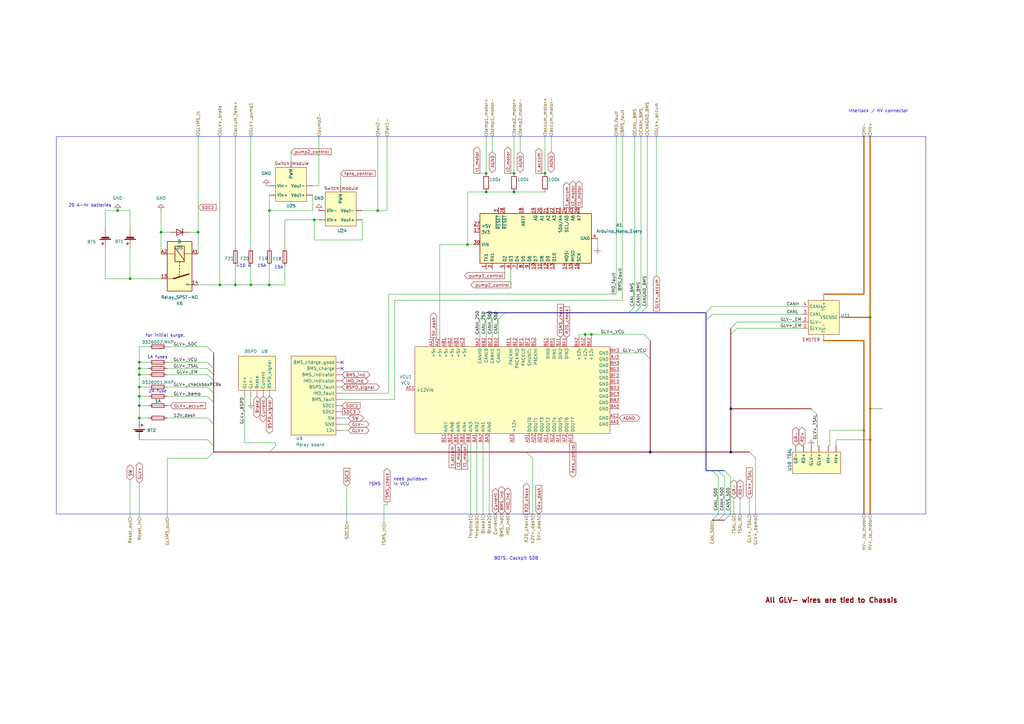
<source format=kicad_sch>
(kicad_sch (version 20231120) (generator "eeschema") (generator_version "8.0")
  (paper "A3")
  (lib_symbols
    (symbol "Device:Battery_Cell" (pin_numbers hide) (pin_names (offset 0) hide)
      (property "Reference" "BT" (at 2.54 2.54 0))
      (property "Value" "Battery_Cell" (at 2.54 0 0))
      (symbol "Battery_Cell_0_1"
        (rectangle (start -2.286 1.778) (end 2.286 1.524) (fill (type outline)))
        (rectangle (start -1.5748 1.1938) (end 1.4732 0.6858) (fill (type outline)))
        (polyline (pts (xy 0 0.762) (xy 0 0)))
        (polyline (pts (xy 0 1.778) (xy 0 2.54)))
        (polyline (pts (xy 0.508 3.429) (xy 1.524 3.429)) (stroke (width 0.254)))
        (polyline (pts (xy 1.016 3.937) (xy 1.016 2.921)) (stroke (width 0.254)))
      )
      (symbol "Battery_Cell_1_1"
        (pin passive line (at 0 5.08 270) (length 2.54) (name "+") (number "1"))
        (pin passive line (at 0 -2.54 90) (length 2.54) (name "-") (number "2"))
      )
    )
    (symbol "Device:D" (pin_numbers hide) (pin_names (offset 1.016) hide)
      (property "Reference" "D" (at 0 2.54 0))
      (property "Value" "D" (at 0 -2.54 0))
      (symbol "D_0_1"
        (polyline (pts (xy -1.27 1.27) (xy -1.27 -1.27)) (stroke (width 0.254)))
        (polyline (pts (xy 1.27 0) (xy -1.27 0)))
        (polyline (pts (xy 1.27 1.27) (xy 1.27 -1.27) (xy -1.27 0) (xy 1.27 1.27)) (stroke (width 0.254)))
      )
      (symbol "D_1_1"
        (pin passive line (at -3.81 0 0) (length 2.54) (name "K") (number "1"))
        (pin passive line (at 3.81 0 180) (length 2.54) (name "A") (number "2"))
      )
    )
    (symbol "Device:Fuse" (pin_numbers hide) (pin_names (offset 0))
      (property "Reference" "F" (at 2.032 0 90))
      (property "Value" "Fuse" (at -1.905 0 90))
      (symbol "Fuse_0_1"
        (rectangle (start -0.762 -2.54) (end 0.762 2.54) (stroke (width 0.254)))
        (polyline (pts (xy 0 2.54) (xy 0 -2.54)))
      )
      (symbol "Fuse_1_1"
        (pin passive line (at 0 3.81 270) (length 1.27) (name "~") (number "1"))
        (pin passive line (at 0 -3.81 90) (length 1.27) (name "~") (number "2"))
      )
    )
    (symbol "Device:R" (pin_numbers hide) (pin_names (offset 0))
      (property "Reference" "R" (at 2.032 0 90))
      (property "Value" "R" (at 0 0 90))
      (symbol "R_0_1"
        (rectangle (start -1.016 -2.54) (end 1.016 2.54) (stroke (width 0.254)))
      )
      (symbol "R_1_1"
        (pin passive line (at 0 3.81 270) (length 1.27) (name "~") (number "1"))
        (pin passive line (at 0 -3.81 90) (length 1.27) (name "~") (number "2"))
      )
    )
    (symbol "FSAE:Emeter"
      (property "Reference" "U" (at 0 -5.08 0))
      (symbol "Emeter_0_1"
        (rectangle (start -6.35 19.685) (end 6.35 5.715) (fill (type background)))
        (text "EMETER\n\n" (at 5.08 2.54 0) (effects (font (size 1.27 1.27))))
      )
      (symbol "Emeter_1_1"
        (pin input line (at 0 22.225 270) (length 2.54) (name "TS+") (number ""))
        (pin input line (at 0 3.175 90) (length 2.54) (name "TS-") (number ""))
        (pin input line (at -8.89 12.7 0) (length 2.54) (name "VSENSE") (number ""))
        (pin input line (at 8.89 8.255 180) (length 2.54) (name "GLV+") (number "1"))
        (pin input line (at 8.89 10.795 180) (length 2.54) (name "GLV-") (number "2"))
        (pin bidirectional line (at 8.89 13.97 180) (length 2.54) (name "CANL") (number "3"))
        (pin bidirectional line (at 8.89 17.145 180) (length 2.54) (name "CANH") (number "4"))
      )
    )
    (symbol "FSAE:VCU"
      (property "Reference" "VCU3" (at -6.3186 48.26 90))
      (property "Value" "VCU" (at -3.7786 48.26 90))
      (symbol "VCU_0_1"
        (rectangle (start -17.78 44.45) (end 17.78 -35.56) (fill (type background)))
      )
      (symbol "VCU_1_1"
        (pin output line (at 21.59 36.83 180) (length 3.81) (name "+5v") (number "AA1"))
        (pin output line (at 21.59 34.29 180) (length 3.81) (name "+5v") (number "AA2"))
        (pin output line (at -13.97 -39.37 90) (length 3.81) (name "GND") (number "AA3"))
        (pin output line (at 21.59 31.75 180) (length 3.81) (name "+5v") (number "AB1"))
        (pin output line (at 21.59 29.21 180) (length 3.81) (name "+5v") (number "AB2"))
        (pin output line (at 21.59 26.67 180) (length 3.81) (name "+5v") (number "AB3"))
        (pin input line (at 0 48.26 270) (length 3.81) (name "+12VIN") (number "AC1"))
        (pin output line (at -11.43 -39.37 90) (length 3.81) (name "GND") (number "AC2"))
        (pin output line (at 21.59 24.13 180) (length 3.81) (name "+5v") (number "AC3"))
        (pin output line (at -21.59 -2.54 0) (length 3.81) (name "DOUT0") (number "AD1"))
        (pin output line (at -21.59 -5.08 0) (length 3.81) (name "DOUT1") (number "AD2"))
        (pin output line (at -21.59 -7.62 0) (length 3.81) (name "DOUT3") (number "AD3"))
        (pin output line (at -21.59 -10.16 0) (length 3.81) (name "DOUT2") (number "AE1"))
        (pin output line (at -21.59 -12.7 0) (length 3.81) (name "DOUT4") (number "AE2"))
        (pin output line (at -21.59 3.81 0) (length 3.81) (name "+12v") (number "AE3"))
        (pin output line (at -21.59 -15.24 0) (length 3.81) (name "DOUT5") (number "AF1"))
        (pin output line (at -21.59 -17.78 0) (length 3.81) (name "DOUT6") (number "AF2"))
        (pin output line (at -21.59 -20.32 0) (length 3.81) (name "DOUT7") (number "AF3"))
        (pin output line (at -21.59 19.05 0) (length 3.81) (name "AIN2") (number "BA1"))
        (pin output line (at -21.59 16.51 0) (length 3.81) (name "AIN1") (number "BA2"))
        (pin output line (at 21.59 17.78 180) (length 3.81) (name "CANH0") (number "BA2"))
        (pin output line (at -21.59 13.97 0) (length 3.81) (name "AIN0") (number "BA3"))
        (pin output line (at -7.62 -39.37 90) (length 3.81) (name "GND") (number "BA3"))
        (pin output line (at -21.59 26.67 0) (length 3.81) (name "AIN5") (number "BB1"))
        (pin output line (at -21.59 24.13 0) (length 3.81) (name "AIN4") (number "BB2"))
        (pin output line (at 21.59 15.24 180) (length 3.81) (name "CANL0") (number "BB2"))
        (pin output line (at -21.59 21.59 0) (length 3.81) (name "AIN3") (number "BB3"))
        (pin output line (at -5.08 -39.37 90) (length 3.81) (name "GND") (number "BB3"))
        (pin output line (at -21.59 31.75 0) (length 3.81) (name "AIN7") (number "BC1"))
        (pin output line (at -21.59 29.21 0) (length 3.81) (name "AIN6") (number "BC2"))
        (pin output line (at 21.59 12.7 180) (length 3.81) (name "CANH1") (number "BC2"))
        (pin output line (at -2.54 -39.37 90) (length 3.81) (name "GND") (number "BC3"))
        (pin output line (at 21.59 10.16 180) (length 3.81) (name "CANL1") (number "BD2"))
        (pin output line (at 0 -39.37 90) (length 3.81) (name "GND") (number "BD3"))
        (pin output line (at 21.59 5.08 180) (length 3.81) (name "PACKHI") (number "BE1"))
        (pin output line (at 21.59 2.54 180) (length 3.81) (name "PACKMID") (number "BE2"))
        (pin output line (at 2.54 -39.37 90) (length 3.81) (name "GND") (number "BE3"))
        (pin output line (at 21.59 0 180) (length 3.81) (name "PACKLO") (number "BF1"))
        (pin output line (at 21.59 -2.54 180) (length 3.81) (name "SHUNTL") (number "BF2"))
        (pin output line (at 5.08 -39.37 90) (length 3.81) (name "GND") (number "BF3"))
        (pin output line (at 21.59 -10.16 180) (length 3.81) (name "DIN0") (number "BG1"))
        (pin output line (at 21.59 -5.08 180) (length 3.81) (name "PACKHI") (number "BG2"))
        (pin output line (at 7.62 -39.37 90) (length 3.81) (name "GND") (number "BG3"))
        (pin output line (at 21.59 -12.7 180) (length 3.81) (name "DIN1") (number "BH1"))
        (pin output line (at 21.59 -22.86 180) (length 3.81) (name "+12v") (number "BH2"))
        (pin output line (at 10.16 -39.37 90) (length 3.81) (name "GND") (number "BH3"))
        (pin output line (at 21.59 -15.24 180) (length 3.81) (name "DIN2") (number "BJ1"))
        (pin output line (at 21.59 -25.4 180) (length 3.81) (name "+12v") (number "BJ2"))
        (pin output line (at 12.7 -39.37 90) (length 3.81) (name "GND") (number "BJ3"))
        (pin output line (at 21.59 -17.78 180) (length 3.81) (name "DIN3") (number "BK1"))
        (pin output line (at 21.59 -27.94 180) (length 3.81) (name "+12v") (number "BK2"))
        (pin output line (at 15.24 -39.37 90) (length 3.81) (name "GND") (number "BK3"))
      )
    )
    (symbol "FSAE:switch_moduel"
      (property "Reference" "U" (at 0 0 0))
      (symbol "switch_moduel_1_1"
        (rectangle (start -6.35 19.05) (end 6.35 5.08) (fill (type background)))
        (text "Switch module\n" (at 0.254 3.556 0) (effects (font (size 1.27 1.27))))
        (pin input line (at 0 2.54 90) (length 2.54) (name "PWM") (number ""))
        (pin input line (at -8.89 16.51 0) (length 2.54) (name "Vin+") (number ""))
        (pin input line (at -8.89 12.7 0) (length 2.54) (name "Vin-") (number ""))
        (pin input line (at 8.89 16.51 180) (length 2.54) (name "Vout+") (number ""))
        (pin input line (at 8.89 12.7 180) (length 2.54) (name "Vout-") (number ""))
      )
    )
    (symbol "MCU_Module:Arduino_Nano_Every"
      (property "Reference" "A" (at -10.16 23.495 0))
      (property "Value" "Arduino_Nano_Every" (at 5.08 -24.13 0))
      (symbol "Arduino_Nano_Every_0_1"
        (rectangle (start -10.16 22.86) (end 10.16 -22.86) (stroke (width 0.254)) (fill (type background)))
      )
      (symbol "Arduino_Nano_Every_1_1"
        (pin bidirectional line (at -12.7 20.32 0) (length 2.54) (name "TX1") (number "1"))
        (pin bidirectional line (at -12.7 0 0) (length 2.54) (name "D7") (number "10"))
        (pin bidirectional line (at -12.7 -2.54 0) (length 2.54) (name "D8") (number "11"))
        (pin bidirectional line (at -12.7 -5.08 0) (length 2.54) (name "D9") (number "12"))
        (pin bidirectional line (at -12.7 -7.62 0) (length 2.54) (name "D10") (number "13"))
        (pin bidirectional line (at -12.7 -12.7 0) (length 2.54) (name "MOSI") (number "14"))
        (pin bidirectional line (at -12.7 -15.24 0) (length 2.54) (name "MISO") (number "15"))
        (pin bidirectional line (at -12.7 -17.78 0) (length 2.54) (name "SCK") (number "16"))
        (pin power_out line (at 2.54 25.4 270) (length 2.54) (name "3V3") (number "17"))
        (pin input line (at 12.7 5.08 180) (length 2.54) (name "AREF") (number "18"))
        (pin bidirectional line (at 12.7 0 180) (length 2.54) (name "A0") (number "19"))
        (pin bidirectional line (at -12.7 17.78 0) (length 2.54) (name "RX1") (number "2"))
        (pin bidirectional line (at 12.7 -2.54 180) (length 2.54) (name "A1") (number "20"))
        (pin bidirectional line (at 12.7 -5.08 180) (length 2.54) (name "A2") (number "21"))
        (pin bidirectional line (at 12.7 -7.62 180) (length 2.54) (name "A3") (number "22"))
        (pin bidirectional line (at 12.7 -10.16 180) (length 2.54) (name "SDA/A4") (number "23"))
        (pin bidirectional line (at 12.7 -12.7 180) (length 2.54) (name "SCL/A5") (number "24"))
        (pin bidirectional line (at 12.7 -15.24 180) (length 2.54) (name "A6") (number "25"))
        (pin bidirectional line (at 12.7 -17.78 180) (length 2.54) (name "A7") (number "26"))
        (pin power_out line (at 5.08 25.4 270) (length 2.54) (name "+5V") (number "27"))
        (pin input line (at 12.7 12.7 180) (length 2.54) (name "~{RESET}") (number "28"))
        (pin passive line (at 0 -25.4 90) (length 2.54) hide (name "GND") (number "29"))
        (pin input line (at 12.7 15.24 180) (length 2.54) (name "~{RESET}") (number "3"))
        (pin power_in line (at -2.54 25.4 270) (length 2.54) (name "VIN") (number "30"))
        (pin power_in line (at 0 -25.4 90) (length 2.54) (name "GND") (number "4"))
        (pin bidirectional line (at -12.7 12.7 0) (length 2.54) (name "D2") (number "5"))
        (pin bidirectional line (at -12.7 10.16 0) (length 2.54) (name "D3") (number "6"))
        (pin bidirectional line (at -12.7 7.62 0) (length 2.54) (name "D4") (number "7"))
        (pin bidirectional line (at -12.7 5.08 0) (length 2.54) (name "D5") (number "8"))
        (pin bidirectional line (at -12.7 2.54 0) (length 2.54) (name "D6") (number "9"))
      )
    )
    (symbol "Random:BSPD"
      (property "Reference" "U" (at -3.81 5.08 0))
      (symbol "BSPD_1_1"
        (rectangle (start -6.35 3.81) (end 7.62 -11.43) (fill (type background)))
        (pin output line (at -8.89 -8.89 0) (length 2.54) (name "BSPD_signal") (number ""))
        (pin input line (at -8.89 -3.81 0) (length 2.54) (name "Brake") (number ""))
        (pin input line (at -8.89 -6.35 0) (length 2.54) (name "Current") (number ""))
        (pin input line (at -8.89 1.27 0) (length 2.54) (name "GLV+") (number ""))
        (pin input line (at -8.89 -1.27 0) (length 2.54) (name "GLV-") (number ""))
      )
    )
    (symbol "Random:TSAL"
      (property "Reference" "U7" (at 12.7 0 0))
      (property "Value" "TSAL" (at 15.24 -2.54 0))
      (symbol "TSAL_1_1"
        (rectangle (start -8.255 4.445) (end 11.43 -4.445) (fill (type background)))
        (pin power_in line (at 0.635 -6.985 90) (length 2.54) (name "GLV+") (number ""))
        (pin power_in line (at 3.81 -6.985 90) (length 2.54) (name "GLV-") (number ""))
        (pin power_in line (at 10.16 -6.985 90) (length 2.54) (name "GR-") (number ""))
        (pin power_in line (at -6.35 -6.985 90) (length 2.54) (name "HV+") (number ""))
        (pin power_in line (at -3.175 -6.985 90) (length 2.54) (name "HV-") (number ""))
        (pin power_in line (at 6.985 -6.985 90) (length 2.54) (name "RD+") (number ""))
      )
    )
    (symbol "Relay:Relay_SPST-NO"
      (property "Reference" "K" (at 11.43 3.81 0))
      (property "Value" "Relay_SPST-NO" (at 11.43 1.27 0))
      (symbol "Relay_SPST-NO_0_0"
        (polyline (pts (xy 7.62 5.08) (xy 7.62 2.54) (xy 6.985 3.175) (xy 7.62 3.81)))
      )
      (symbol "Relay_SPST-NO_0_1"
        (rectangle (start -10.16 5.08) (end 10.16 -5.08) (stroke (width 0.254)) (fill (type background)))
        (rectangle (start -8.255 1.905) (end -1.905 -1.905) (stroke (width 0.254)))
        (polyline (pts (xy -7.62 -1.905) (xy -2.54 1.905)) (stroke (width 0.254)))
        (polyline (pts (xy -5.08 -5.08) (xy -5.08 -1.905)))
        (polyline (pts (xy -5.08 5.08) (xy -5.08 1.905)))
        (polyline (pts (xy -1.905 0) (xy -1.27 0)) (stroke (width 0.254)))
        (polyline (pts (xy -0.635 0) (xy 0 0)) (stroke (width 0.254)))
        (polyline (pts (xy 0.635 0) (xy 1.27 0)) (stroke (width 0.254)))
        (polyline (pts (xy 1.905 0) (xy 2.54 0)) (stroke (width 0.254)))
        (polyline (pts (xy 3.175 0) (xy 3.81 0)) (stroke (width 0.254)))
        (polyline (pts (xy 5.08 -2.54) (xy 3.175 3.81)) (stroke (width 0.508)))
        (polyline (pts (xy 5.08 -2.54) (xy 5.08 -5.08)))
      )
      (symbol "Relay_SPST-NO_1_1"
        (pin passive line (at 5.08 -7.62 90) (length 2.54) (name "~") (number "13"))
        (pin passive line (at 7.62 7.62 270) (length 2.54) (name "~") (number "14"))
        (pin passive line (at -5.08 7.62 270) (length 2.54) (name "~") (number "A1"))
        (pin passive line (at -5.08 -7.62 90) (length 2.54) (name "~") (number "A2"))
      )
    )
    (symbol "Relay_board_1"
      (property "Reference" "U8" (at 8.255 -0.9525 0))
      (property "Value" "Relay board" (at 8.255 -3.4925 0))
      (symbol "Relay_board_1_1_1"
        (rectangle (start -6.985 12.7) (end 25.4 -5.715) (fill (type background)))
        (pin power_in line (at -5.08 -8.255 90) (length 2.54) (name "12v") (number ""))
        (pin input line (at 20.32 -8.255 90) (length 2.54) (name "BMS_charge") (number ""))
        (pin output line (at 22.86 -8.255 90) (length 2.54) (name "BMS_charge_good") (number ""))
        (pin input line (at 7.62 -8.255 90) (length 2.54) (name "BMS_fault") (number ""))
        (pin output line (at 17.78 -8.255 90) (length 2.54) (name "BMS_indicator") (number ""))
        (pin input line (at 12.7 -8.255 90) (length 2.54) (name "BSPD_fault") (number ""))
        (pin power_in line (at -2.54 -8.255 90) (length 2.54) (name "GND") (number ""))
        (pin input line (at 10.16 -8.255 90) (length 2.54) (name "IMD_fault") (number ""))
        (pin output line (at 15.24 -8.255 90) (length 2.54) (name "IMD_indicator") (number ""))
        (pin input line (at 5.08 -8.255 90) (length 2.54) (name "SDC1") (number ""))
        (pin output line (at 2.54 -8.255 90) (length 2.54) (name "SDC2") (number ""))
        (pin input line (at 0 -8.255 90) (length 2.54) (name "SW") (number ""))
      )
    )
    (symbol "power:Earth" (power) (pin_names (offset 0))
      (symbol "Earth_0_1"
        (polyline (pts (xy -0.635 -1.905) (xy 0.635 -1.905)))
        (polyline (pts (xy -0.127 -2.54) (xy 0.127 -2.54)))
        (polyline (pts (xy 0 -1.27) (xy 0 0)))
        (polyline (pts (xy 1.27 -1.27) (xy -1.27 -1.27)))
      )
      (symbol "Earth_1_1"
        (pin power_in line (at 0 0 270) (length 0) hide (name "Earth") (number "1"))
      )
    )
    (symbol "power:GND" (power) (pin_numbers hide) (pin_names (offset 0) hide)
      (property "Value" "GND" (at 0 -3.81 0))
      (symbol "GND_0_1"
        (polyline (pts (xy 0 0) (xy 0 -1.27) (xy 1.27 -1.27) (xy 0 -2.54) (xy -1.27 -1.27) (xy 0 -1.27)))
      )
      (symbol "GND_1_1"
        (pin power_in line (at 0 0 270) (length 0) (name "~") (number "1"))
      )
    )
  )
  (junction (at 96.52 116.84))
  (junction (at 356.87 180.34) (color 204 102 0 1))
  (junction (at 66.04 95.25))
  (junction (at 299.72 167.64))
  (junction (at 81.28 95.25))
  (junction (at 110.49 116.84))
  (junction (at 354.33 176.53) (color 204 102 0 1))
  (junction (at 299.72 185.42))
  (junction (at 102.87 116.84))
  (junction (at 110.49 86.36))
  (junction (at 57.15 171.45))
  (junction (at 223.52 71.12))
  (junction (at 240.03 137.16))
  (junction (at 210.82 78.74))
  (junction (at 53.34 114.3))
  (junction (at 57.15 166.37))
  (junction (at 356.87 167.64) (color 204 102 0 1))
  (junction (at 57.15 148.59))
  (junction (at 57.15 153.67))
  (junction (at 48.26 86.36))
  (junction (at 57.15 162.56))
  (junction (at 356.87 130.175))
  (junction (at 242.57 137.16))
  (junction (at 128.905 90.17))
  (junction (at 57.15 158.75))
  (junction (at 199.39 71.12))
  (junction (at 154.94 86.36))
  (junction (at 57.15 151.13))
  (junction (at 199.39 78.74))
  (junction (at 191.77 100.33))
  (junction (at 90.17 116.84))
  (junction (at 266.7 185.42))
  (junction (at 210.82 71.12))
  (no_connect (at 140.335 151.13))
  (no_connect (at 140.335 148.59))
  (bus_entry (at 87.63 153.67) (size -2.54 -2.54))
  (bus_entry (at 87.63 156.21) (size -2.54 -2.54))
  (bus_entry (at 294.64 193.04) (size 2.54 2.54))
  (bus_entry (at 264.16 137.16) (size 2.54 2.54))
  (bus_entry (at 260.35 128.27) (size 2.54 -2.54))
  (bus_entry (at 289.56 128.27) (size 2.54 -2.54))
  (bus_entry (at 292.1 128.905) (size -2.54 2.54))
  (bus_entry (at 264.16 144.78) (size 2.54 2.54))
  (bus_entry (at 196.85 130.81) (size 2.54 -2.54))
  (bus_entry (at 199.39 130.81) (size 2.54 -2.54))
  (bus_entry (at 292.1 193.04) (size 2.54 2.54))
  (bus_entry (at 87.63 161.29) (size -2.54 -2.54))
  (bus_entry (at 299.72 210.82) (size -2.54 2.54))
  (bus_entry (at 297.18 210.82) (size -2.54 2.54))
  (bus_entry (at 297.18 193.04) (size 2.54 2.54))
  (bus_entry (at 87.63 182.88) (size -2.54 -2.54))
  (bus_entry (at 262.89 128.27) (size 2.54 -2.54))
  (bus_entry (at 87.63 151.13) (size -2.54 -2.54))
  (bus_entry (at 299.72 137.16) (size 2.54 -2.54))
  (bus_entry (at 204.47 130.81) (size 2.54 -2.54))
  (bus_entry (at 87.63 173.99) (size -2.54 -2.54))
  (bus_entry (at 260.35 125.73) (size -2.54 2.54))
  (bus_entry (at 87.63 165.1) (size -2.54 -2.54))
  (bus_entry (at 110.49 185.42) (size 2.54 -2.54))
  (bus_entry (at 294.64 210.82) (size -2.54 2.54))
  (bus_entry (at 332.74 167.64) (size 2.54 2.54))
  (bus_entry (at 299.72 134.62) (size 2.54 -2.54))
  (bus_entry (at 85.09 187.96) (size 2.54 -2.54))
  (bus_entry (at 201.93 130.81) (size 2.54 -2.54))
  (bus_entry (at 215.9 185.42) (size 2.54 2.54))
  (bus_entry (at 307.34 185.42) (size 2.54 2.54))
  (bus_entry (at 87.63 144.78) (size -2.54 -2.54))
  (bus (pts (xy 299.72 185.42) (xy 307.34 185.42)) (stroke (width 0) (color 132 0 0 1)))
  (wire (pts (xy 68.58 151.13) (xy 85.09 151.13)))
  (bus (pts (xy 87.63 185.42) (xy 110.49 185.42)) (stroke (width 0) (color 132 0 0 1)))
  (wire (pts (xy 193.04 181.61) (xy 193.04 210.82)))
  (wire (pts (xy 207.01 110.49) (xy 207.01 113.03)))
  (bus (pts (xy 292.1 193.04) (xy 294.64 193.04)))
  (wire (pts (xy 159.385 161.29) (xy 140.335 161.29)))
  (wire (pts (xy 158.75 205.74) (xy 158.75 207.01)))
  (wire (pts (xy 346.71 130.175) (xy 356.87 130.175)) (stroke (width 0.508) (color 204 102 0 1)))
  (wire (pts (xy 57.15 180.34) (xy 85.09 180.34)))
  (wire (pts (xy 57.15 142.24) (xy 60.96 142.24)))
  (wire (pts (xy 303.53 210.82) (xy 303.53 204.47)))
  (wire (pts (xy 139.7 71.12) (xy 139.7 76.2)))
  (wire (pts (xy 302.26 134.62) (xy 328.93 134.62)))
  (bus (pts (xy 289.56 128.27) (xy 289.56 131.445)))
  (bus (pts (xy 201.93 128.27) (xy 199.39 128.27)))
  (bus (pts (xy 262.89 128.27) (xy 289.56 128.27)))
  (wire (pts (xy 128.27 80.01) (xy 128.27 86.36)))
  (bus (pts (xy 87.63 144.78) (xy 87.63 151.13)) (stroke (width 0) (color 132 0 0 1)))
  (wire (pts (xy 356.87 180.34) (xy 356.87 210.82)) (stroke (width 0.508) (color 204 102 0 1)))
  (wire (pts (xy 209.55 110.49) (xy 209.55 116.84)))
  (wire (pts (xy 96.52 116.84) (xy 90.17 116.84)))
  (wire (pts (xy 299.72 195.58) (xy 299.72 210.82)))
  (wire (pts (xy 199.39 78.74) (xy 210.82 78.74)))
  (wire (pts (xy 43.18 114.3) (xy 53.34 114.3)))
  (wire (pts (xy 354.33 176.53) (xy 354.33 210.82)) (stroke (width 0.508) (color 204 102 0 1)))
  (wire (pts (xy 57.15 171.45) (xy 60.96 171.45)))
  (wire (pts (xy 260.35 55.88) (xy 260.35 125.73)))
  (wire (pts (xy 201.93 130.81) (xy 201.93 138.43)))
  (wire (pts (xy 57.15 148.59) (xy 60.96 148.59)))
  (wire (pts (xy 57.15 171.45) (xy 57.15 172.72)))
  (wire (pts (xy 48.26 86.36) (xy 43.18 86.36)))
  (wire (pts (xy 240.03 137.16) (xy 242.57 137.16)))
  (wire (pts (xy 110.49 86.36) (xy 110.49 80.01)))
  (wire (pts (xy 110.49 116.84) (xy 102.87 116.84)))
  (wire (pts (xy 210.82 71.12) (xy 210.82 55.88)))
  (wire (pts (xy 191.77 78.74) (xy 191.77 100.33)))
  (wire (pts (xy 158.75 86.36) (xy 158.75 55.88)))
  (bus (pts (xy 299.72 167.64) (xy 299.72 185.42)) (stroke (width 0) (color 132 0 0 1)))
  (wire (pts (xy 69.85 95.25) (xy 66.04 95.25)))
  (bus (pts (xy 257.81 128.27) (xy 207.01 128.27)))
  (wire (pts (xy 68.58 158.75) (xy 85.09 158.75)))
  (wire (pts (xy 300.99 210.82) (xy 300.99 204.47)))
  (wire (pts (xy 200.66 181.61) (xy 200.66 210.82)))
  (wire (pts (xy 356.87 55.88) (xy 356.87 130.175)) (stroke (width 0.508) (color 204 102 0 1)))
  (wire (pts (xy 140.335 171.45) (xy 142.875 171.45)))
  (bus (pts (xy 266.7 185.42) (xy 299.72 185.42)) (stroke (width 0) (color 132 0 0 1)))
  (wire (pts (xy 240.03 138.43) (xy 240.03 137.16)))
  (wire (pts (xy 142.24 199.39) (xy 142.24 214.63)))
  (wire (pts (xy 262.89 55.88) (xy 262.89 125.73)))
  (wire (pts (xy 68.58 166.37) (xy 69.85 166.37)))
  (wire (pts (xy 57.15 151.13) (xy 60.96 151.13)))
  (wire (pts (xy 100.33 181.61) (xy 100.33 162.56)))
  (wire (pts (xy 81.28 95.25) (xy 77.47 95.25)))
  (bus (pts (xy 207.01 128.27) (xy 204.47 128.27)))
  (wire (pts (xy 53.34 114.3) (xy 53.34 101.6)))
  (wire (pts (xy 57.15 153.67) (xy 57.15 158.75)))
  (wire (pts (xy 57.15 142.24) (xy 57.15 148.59)))
  (wire (pts (xy 148.59 98.425) (xy 128.905 98.425)))
  (wire (pts (xy 237.49 138.43) (xy 237.49 137.16)))
  (bus (pts (xy 294.64 213.36) (xy 292.1 213.36)) (stroke (width 0) (color 132 0 0 1)))
  (wire (pts (xy 154.94 55.88) (xy 154.94 86.36)))
  (wire (pts (xy 57.15 158.75) (xy 57.15 162.56)))
  (wire (pts (xy 180.34 138.43) (xy 180.34 100.33)))
  (wire (pts (xy 195.58 181.61) (xy 195.58 210.82)))
  (wire (pts (xy 68.58 162.56) (xy 85.09 162.56)))
  (wire (pts (xy 226.06 55.88) (xy 226.06 62.23)))
  (bus (pts (xy 215.9 185.42) (xy 266.7 185.42)) (stroke (width 0) (color 132 0 0 1)))
  (wire (pts (xy 57.15 166.37) (xy 57.15 171.45)))
  (bus (pts (xy 87.63 182.88) (xy 87.63 185.42)) (stroke (width 0) (color 132 0 0 1)))
  (wire (pts (xy 292.1 128.905) (xy 328.93 128.905)))
  (wire (pts (xy 335.28 170.18) (xy 335.28 182.88)))
  (wire (pts (xy 199.39 130.81) (xy 199.39 138.43)))
  (wire (pts (xy 102.87 165.1) (xy 102.87 162.56)))
  (wire (pts (xy 157.48 207.01) (xy 158.75 207.01)))
  (wire (pts (xy 53.34 196.85) (xy 53.34 212.09)))
  (wire (pts (xy 116.84 116.84) (xy 110.49 116.84)))
  (bus (pts (xy 110.49 185.42) (xy 215.9 185.42)) (stroke (width 0) (color 132 0 0 1)))
  (bus (pts (xy 294.64 193.04) (xy 297.18 193.04)))
  (bus (pts (xy 87.63 151.13) (xy 87.63 153.67)) (stroke (width 0) (color 132 0 0 1)))
  (wire (pts (xy 116.84 116.84) (xy 116.84 109.22)))
  (wire (pts (xy 292.1 125.73) (xy 328.93 125.73)))
  (wire (pts (xy 116.84 101.6) (xy 116.84 90.17)))
  (bus (pts (xy 87.63 156.21) (xy 87.63 161.29)) (stroke (width 0) (color 132 0 0 1)))
  (wire (pts (xy 128.905 98.425) (xy 128.905 90.17)))
  (bus (pts (xy 87.63 173.99) (xy 87.63 182.88)) (stroke (width 0) (color 132 0 0 1)))
  (wire (pts (xy 223.52 71.12) (xy 223.52 55.88)))
  (wire (pts (xy 66.04 86.36) (xy 66.04 95.25)))
  (wire (pts (xy 340.36 176.53) (xy 354.33 176.53)))
  (wire (pts (xy 148.59 86.36) (xy 154.94 86.36)))
  (wire (pts (xy 356.87 167.64) (xy 356.87 180.34)) (stroke (width 0.508) (color 204 102 0 1)))
  (wire (pts (xy 68.58 171.45) (xy 85.09 171.45)))
  (wire (pts (xy 57.15 151.13) (xy 57.15 153.67)))
  (wire (pts (xy 180.34 100.33) (xy 191.77 100.33)))
  (wire (pts (xy 148.59 90.17) (xy 148.59 98.425)))
  (bus (pts (xy 289.56 193.04) (xy 289.56 131.445)))
  (bus (pts (xy 266.7 139.7) (xy 266.7 147.32)) (stroke (width 0) (color 132 0 0 1)))
  (wire (pts (xy 354.33 55.88) (xy 354.33 120.65)) (stroke (width 0.508) (color 204 102 0 1)))
  (wire (pts (xy 57.15 162.56) (xy 60.96 162.56)))
  (wire (pts (xy 110.49 116.84) (xy 110.49 109.22)))
  (wire (pts (xy 201.93 55.88) (xy 201.93 62.23)))
  (wire (pts (xy 220.98 71.12) (xy 223.52 71.12)))
  (wire (pts (xy 57.15 148.59) (xy 57.15 151.13)))
  (wire (pts (xy 96.52 55.88) (xy 96.52 101.6)))
  (wire (pts (xy 119.38 66.04) (xy 119.38 62.23)))
  (bus (pts (xy 204.47 128.27) (xy 201.93 128.27)))
  (wire (pts (xy 110.49 76.2) (xy 109.22 76.2)))
  (wire (pts (xy 53.34 114.3) (xy 66.04 114.3)))
  (wire (pts (xy 130.81 55.88) (xy 130.81 76.2)))
  (bus (pts (xy 87.63 161.29) (xy 87.63 165.1)) (stroke (width 0) (color 132 0 0 1)))
  (wire (pts (xy 68.58 148.59) (xy 85.09 148.59)))
  (wire (pts (xy 198.12 181.61) (xy 198.12 210.82)))
  (wire (pts (xy 328.93 182.88) (xy 329.565 182.88)))
  (bus (pts (xy 87.63 153.67) (xy 87.63 156.21)) (stroke (width 0) (color 132 0 0 1)))
  (wire (pts (xy 294.64 195.58) (xy 294.64 210.82)))
  (wire (pts (xy 57.15 166.37) (xy 60.96 166.37)))
  (wire (pts (xy 159.385 161.29) (xy 159.385 120.65)))
  (wire (pts (xy 255.27 123.19) (xy 161.925 123.19)))
  (bus (pts (xy 257.81 128.27) (xy 260.35 128.27)))
  (wire (pts (xy 140.335 173.99) (xy 142.875 173.99)))
  (wire (pts (xy 53.34 93.98) (xy 53.34 86.36)))
  (bus (pts (xy 266.7 147.32) (xy 266.7 185.42)) (stroke (width 0) (color 132 0 0 1)))
  (wire (pts (xy 242.57 137.16) (xy 264.16 137.16)))
  (wire (pts (xy 43.18 101.6) (xy 43.18 114.3)))
  (wire (pts (xy 116.84 90.17) (xy 128.905 90.17)))
  (wire (pts (xy 161.925 123.19) (xy 161.925 163.83)))
  (wire (pts (xy 354.33 120.65) (xy 337.82 120.65)) (stroke (width 0.508) (color 204 102 0 1)))
  (wire (pts (xy 195.58 71.12) (xy 199.39 71.12)))
  (wire (pts (xy 81.28 95.25) (xy 81.28 104.14)))
  (wire (pts (xy 57.15 198.12) (xy 57.15 212.09)))
  (wire (pts (xy 309.88 210.82) (xy 309.88 187.96)))
  (wire (pts (xy 335.28 182.88) (xy 335.915 182.88)))
  (wire (pts (xy 242.57 138.43) (xy 242.57 137.16)))
  (wire (pts (xy 265.43 55.88) (xy 265.43 125.73)))
  (wire (pts (xy 196.85 130.81) (xy 196.85 138.43)))
  (wire (pts (xy 113.03 181.61) (xy 113.03 182.88)))
  (bus (pts (xy 299.72 134.62) (xy 299.72 137.16)) (stroke (width 0) (color 132 0 0 1)))
  (wire (pts (xy 204.47 130.81) (xy 204.47 138.43)))
  (wire (pts (xy 57.15 162.56) (xy 57.15 166.37)))
  (wire (pts (xy 90.17 116.84) (xy 81.28 116.84)))
  (wire (pts (xy 157.48 214.63) (xy 157.48 207.01)))
  (wire (pts (xy 342.9 180.34) (xy 342.9 182.88)))
  (wire (pts (xy 356.87 167.64) (xy 361.95 167.64)))
  (wire (pts (xy 213.36 55.88) (xy 213.36 62.23)))
  (wire (pts (xy 85.09 142.24) (xy 68.58 142.24)))
  (wire (pts (xy 342.9 180.34) (xy 356.87 180.34)))
  (wire (pts (xy 102.87 55.88) (xy 102.87 101.6)))
  (wire (pts (xy 110.49 101.6) (xy 110.49 86.36)))
  (wire (pts (xy 199.39 71.12) (xy 199.39 55.88)))
  (bus (pts (xy 299.72 137.16) (xy 299.72 167.64)) (stroke (width 0) (color 132 0 0 1)))
  (wire (pts (xy 128.905 90.17) (xy 130.81 90.17)))
  (bus (pts (xy 260.35 128.27) (xy 262.89 128.27)))
  (wire (pts (xy 128.27 86.36) (xy 110.49 86.36)))
  (wire (pts (xy 90.17 116.84) (xy 90.17 55.88)))
  (wire (pts (xy 68.58 187.96) (xy 68.58 212.09)))
  (wire (pts (xy 307.34 210.82) (xy 307.34 204.47)))
  (wire (pts (xy 302.26 132.08) (xy 328.93 132.08)))
  (bus (pts (xy 87.63 165.1) (xy 87.63 173.99)) (stroke (width 0) (color 132 0 0 1)))
  (wire (pts (xy 255.27 55.88) (xy 255.27 123.19)))
  (wire (pts (xy 57.15 153.67) (xy 60.96 153.67)))
  (wire (pts (xy 340.36 176.53) (xy 340.36 182.88)))
  (wire (pts (xy 102.87 116.84) (xy 96.52 116.84)))
  (wire (pts (xy 218.44 187.96) (xy 218.44 210.82)))
  (wire (pts (xy 356.87 130.175) (xy 356.87 167.64)) (stroke (width 0.508) (color 204 102 0 1)))
  (wire (pts (xy 68.58 187.96) (xy 85.09 187.96)))
  (wire (pts (xy 269.24 55.88) (xy 269.24 113.03)))
  (wire (pts (xy 68.58 153.67) (xy 85.09 153.67)))
  (wire (pts (xy 339.725 182.88) (xy 340.36 182.88)))
  (wire (pts (xy 102.87 109.22) (xy 102.87 116.84)))
  (wire (pts (xy 210.82 78.74) (xy 223.52 78.74)))
  (wire (pts (xy 140.335 176.53) (xy 142.875 176.53)))
  (wire (pts (xy 96.52 109.22) (xy 96.52 116.84)))
  (wire (pts (xy 53.34 86.36) (xy 48.26 86.36)))
  (wire (pts (xy 113.03 181.61) (xy 100.33 181.61)))
  (wire (pts (xy 354.33 139.7) (xy 354.33 176.53)) (stroke (width 0.508) (color 204 102 0 1)))
  (wire (pts (xy 337.82 139.7) (xy 354.33 139.7)) (stroke (width 0.508) (color 204 102 0 1)))
  (wire (pts (xy 140.335 163.83) (xy 161.925 163.83)))
  (bus (pts (xy 289.56 193.04) (xy 292.1 193.04)))
  (wire (pts (xy 252.73 55.88) (xy 252.73 120.65)))
  (wire (pts (xy 159.385 120.65) (xy 252.73 120.65)))
  (bus (pts (xy 294.64 213.36) (xy 297.18 213.36)) (stroke (width 0) (color 132 0 0 1)))
  (wire (pts (xy 199.39 78.74) (xy 191.77 78.74)))
  (wire (pts (xy 81.28 55.88) (xy 81.28 95.25)))
  (wire (pts (xy 254 144.78) (xy 264.16 144.78)))
  (wire (pts (xy 154.94 86.36) (xy 158.75 86.36)))
  (wire (pts (xy 191.77 100.33) (xy 194.31 100.33)))
  (wire (pts (xy 43.18 93.98) (xy 43.18 86.36)))
  (wire (pts (xy 297.18 195.58) (xy 297.18 210.82)))
  (bus (pts (xy 299.72 167.64) (xy 332.74 167.64)) (stroke (width 0) (color 132 0 0 1)))
  (wire (pts (xy 237.49 137.16) (xy 240.03 137.16)))
  (wire (pts (xy 245.11 97.79) (xy 245.11 101.6)))
  (wire (pts (xy 57.15 158.75) (xy 60.96 158.75)))
  (wire (pts (xy 208.28 71.12) (xy 210.82 71.12)))
  (wire (pts (xy 128.27 76.2) (xy 130.81 76.2)))
  (wire (pts (xy 66.04 95.25) (xy 66.04 104.14)))
  (rectangle (start 23.114 56.007) (end 379.73 210.82))
  (text "20 A-Hr batteries" (at 45.72 85.09 0) (effects (font (size 1.27 1.27)) (justify right bottom)))
  (text "15A\n" (at 109.22 109.855 0) (effects (font (size 1.27 1.27)) (justify right bottom)))
  (text "Interlock / HV connector" (at 347.98 46.355 0) (effects (font (size 1.27 1.27)) (justify left bottom)))
  (text "need pulldown\nin VCU\n" (at 161.29 199.39 0) (effects (font (size 1.27 1.27)) (justify left bottom)))
  (text "for initial surge,\n" (at 59.69 138.43 0) (effects (font (size 1.27 1.27)) (justify left bottom)))
  (text "1A fuses" (at 60.325 147.32 0) (effects (font (size 1.27 1.27)) (justify left bottom)))
  (text ">10 A" (at 102.87 109.855 0) (effects (font (size 1.27 1.27)) (justify right bottom)))
  (text "2A fuse\n" (at 60.96 161.29 0) (effects (font (size 1.27 1.27)) (justify left bottom)))
  (text "BOTS, Cockpit SDB" (at 202.565 229.87 0) (effects (font (size 1.27 1.27)) (justify left bottom)))
  (text "All GLV- wires are tied to Chassis" (at 340.995 246.38 0) (effects (font (size 2.032 2.032) (thickness 0.4064) (bold yes))))
  (text "15A\n" (at 116.205 110.49 0) (effects (font (size 1.27 1.27)) (justify right bottom)))
  (text "TSMS" (at 156.21 199.39 0) (effects (font (size 1.27 1.27)) (justify right bottom)))
  (label "CANH_BMS" (at 262.89 125.73 90))
  (label "CANH" (at 322.58 125.73 0))
  (label "GLV+_VCU" (at 71.12 148.59 0))
  (label "CANL_500" (at 204.47 137.16 90))
  (label "CANGND_BMS" (at 265.43 125.73 90))
  (label "12V_dash" (at 71.12 171.45 0))
  (label "CANL_500" (at 294.64 209.55 90))
  (label "CANS_500" (at 299.72 209.55 90))
  (label "GLV+_EM" (at 72.39 153.67 0))
  (label "CANL" (at 322.58 128.905 0))
  (label "GLV+_bamo" (at 71.12 162.56 0))
  (label "GLV-_VCU" (at 255.27 144.78 0))
  (label "CANH_500" (at 297.18 209.55 90))
  (label "CANL_250" (at 199.39 137.16 90))
  (label "BMS_fault" (at 255.27 119.38 90))
  (label "GLV+_TSAL" (at 71.12 151.13 0))
  (label "GLV+_TSAL" (at 335.28 180.34 90))
  (label "GLV+_VCU" (at 246.38 137.16 0))
  (label "GLV+_EM" (at 320.04 134.62 0))
  (label "IMD_fault" (at 252.73 120.65 90))
  (label "CANL_BMS" (at 260.35 125.73 90))
  (label "GLV+_BSPD" (at 100.33 173.99 90))
  (label "GLV-_EM" (at 320.04 132.08 0))
  (label "CANH_250" (at 196.85 137.16 90))
  (label "GLV+_checkboxPCBs" (at 71.12 158.75 0))
  (label "CANH_500" (at 201.93 137.16 90))
  (label "GLV+_SDC" (at 71.12 142.24 0))
  (global_label "t_accum" (shape input) (at 185.42 181.61 270) (property "Intersheetrefs" "${INTERSHEET_REFS}" (effects (hide yes))))
  (global_label "BSPD_signal" (shape bidirectional) (at 110.49 162.56 270) (property "Intersheetrefs" "${INTERSHEET_REFS}" (effects (hide yes))))
  (global_label "5V_dash" (shape output) (at 177.8 138.43 90) (property "Intersheetrefs" "${INTERSHEET_REFS}" (effects (hide yes))))
  (global_label "pump1_control" (shape output) (at 207.01 113.03 180) (property "Intersheetrefs" "${INTERSHEET_REFS}" (effects (hide yes))))
  (global_label "GR-" (shape bidirectional) (at 326.39 182.88 90) (property "Intersheetrefs" "${INTERSHEET_REFS}" (effects (hide yes))))
  (global_label "SDC2" (shape input) (at 140.335 166.37 0) (property "Intersheetrefs" "${INTERSHEET_REFS}" (effects (hide yes))))
  (global_label "AGND" (shape bidirectional) (at 226.06 62.23 270) (property "Intersheetrefs" "${INTERSHEET_REFS}" (effects (hide yes))))
  (global_label "AGND" (shape bidirectional) (at 201.93 62.23 270) (property "Intersheetrefs" "${INTERSHEET_REFS}" (effects (hide yes))))
  (global_label "Current" (shape bidirectional) (at 203.2 210.82 90) (property "Intersheetrefs" "${INTERSHEET_REFS}" (effects (hide yes))))
  (global_label "pump2_control" (shape output) (at 209.55 116.84 180) (property "Intersheetrefs" "${INTERSHEET_REFS}" (effects (hide yes))))
  (global_label "BMS_ind" (shape bidirectional) (at 205.74 210.82 90) (property "Intersheetrefs" "${INTERSHEET_REFS}" (effects (hide yes))))
  (global_label "fans_control" (shape input) (at 139.7 71.12 0) (property "Intersheetrefs" "${INTERSHEET_REFS}" (effects (hide yes))))
  (global_label "AGND" (shape bidirectional) (at 254 171.45 0) (property "Intersheetrefs" "${INTERSHEET_REFS}" (effects (hide yes))))
  (global_label "t1_motor" (shape output) (at 195.58 71.12 90) (property "Intersheetrefs" "${INTERSHEET_REFS}" (effects (hide yes))))
  (global_label "GLV+_accum" (shape input) (at 69.85 166.37 0) (property "Intersheetrefs" "${INTERSHEET_REFS}" (effects (hide yes))))
  (global_label "GLV+" (shape bidirectional) (at 57.15 198.12 90) (property "Intersheetrefs" "${INTERSHEET_REFS}" (effects (hide yes))))
  (global_label "t2_motor" (shape output) (at 234.95 85.09 90) (property "Intersheetrefs" "${INTERSHEET_REFS}" (effects (hide yes))))
  (global_label "SDC3" (shape output) (at 140.335 168.91 0) (property "Intersheetrefs" "${INTERSHEET_REFS}" (effects (hide yes))))
  (global_label "R2D_check" (shape input) (at 232.41 138.43 90) (property "Intersheetrefs" "${INTERSHEET_REFS}" (effects (hide yes))))
  (global_label "IMD_ind" (shape bidirectional) (at 208.28 210.82 90) (property "Intersheetrefs" "${INTERSHEET_REFS}" (effects (hide yes))))
  (global_label "t2_motor" (shape output) (at 208.28 71.12 90) (property "Intersheetrefs" "${INTERSHEET_REFS}" (effects (hide yes))))
  (global_label "GR-" (shape bidirectional) (at 300.99 204.47 90) (property "Intersheetrefs" "${INTERSHEET_REFS}" (effects (hide yes))))
  (global_label "BMS_ind" (shape bidirectional) (at 140.335 153.67 0) (property "Intersheetrefs" "${INTERSHEET_REFS}" (effects (hide yes))))
  (global_label "SW" (shape bidirectional) (at 142.875 171.45 0) (property "Intersheetrefs" "${INTERSHEET_REFS}" (effects (hide yes))))
  (global_label "t1_motor" (shape input) (at 190.5 181.61 270) (property "Intersheetrefs" "${INTERSHEET_REFS}" (effects (hide yes))))
  (global_label "t_accum" (shape output) (at 232.41 85.09 90) (property "Intersheetrefs" "${INTERSHEET_REFS}" (effects (hide yes))))
  (global_label "GLV+" (shape bidirectional) (at 142.875 176.53 0) (property "Intersheetrefs" "${INTERSHEET_REFS}" (effects (hide yes))))
  (global_label "fans_control" (shape output) (at 234.95 181.61 270) (property "Intersheetrefs" "${INTERSHEET_REFS}" (effects (hide yes))))
  (global_label "t_accum" (shape output) (at 220.98 71.12 90) (property "Intersheetrefs" "${INTERSHEET_REFS}" (effects (hide yes))))
  (global_label "BSPD_signal" (shape bidirectional) (at 140.335 158.75 0) (property "Intersheetrefs" "${INTERSHEET_REFS}" (effects (hide yes))))
  (global_label "Brake" (shape bidirectional) (at 105.41 162.56 270) (property "Intersheetrefs" "${INTERSHEET_REFS}" (effects (hide yes))))
  (global_label "Current" (shape bidirectional) (at 107.95 162.56 270) (property "Intersheetrefs" "${INTERSHEET_REFS}" (effects (hide yes))))
  (global_label "GLV+_TSAL" (shape input) (at 307.34 204.47 90) (property "Intersheetrefs" "${INTERSHEET_REFS}" (effects (hide yes))))
  (global_label "GLV+_accum" (shape input) (at 269.24 113.03 270) (property "Intersheetrefs" "${INTERSHEET_REFS}" (effects (hide yes))))
  (global_label "TSMS_check" (shape input) (at 229.87 138.43 90) (property "Intersheetrefs" "${INTERSHEET_REFS}" (effects (hide yes))))
  (global_label "t1_motor" (shape output) (at 237.49 85.09 90) (property "Intersheetrefs" "${INTERSHEET_REFS}" (effects (hide yes))))
  (global_label "SW" (shape bidirectional) (at 53.34 196.85 90) (property "Intersheetrefs" "${INTERSHEET_REFS}" (effects (hide yes))))
  (global_label "pump2_control" (shape input) (at 119.38 62.23 0) (property "Intersheetrefs" "${INTERSHEET_REFS}" (effects (hide yes))))
  (global_label "IMD_ind" (shape bidirectional) (at 140.335 156.21 0) (property "Intersheetrefs" "${INTERSHEET_REFS}" (effects (hide yes))))
  (global_label "R2D_check" (shape output) (at 215.9 210.82 90) (property "Intersheetrefs" "${INTERSHEET_REFS}" (effects (hide yes))))
  (global_label "AGND" (shape bidirectional) (at 213.36 62.23 270) (property "Intersheetrefs" "${INTERSHEET_REFS}" (effects (hide yes))))
  (global_label "t2_motor" (shape input) (at 187.96 181.61 270) (property "Intersheetrefs" "${INTERSHEET_REFS}" (effects (hide yes))))
  (global_label "SDC3" (shape input) (at 142.24 199.39 90) (property "Intersheetrefs" "${INTERSHEET_REFS}" (effects (hide yes))))
  (global_label "TSMS_check" (shape output) (at 158.75 205.74 90) (property "Intersheetrefs" "${INTERSHEET_REFS}" (effects (hide yes))))
  (global_label "SDC2" (shape input) (at 81.28 85.09 0) (property "Intersheetrefs" "${INTERSHEET_REFS}" (effects (hide yes))))
  (global_label "RD+" (shape bidirectional) (at 303.53 204.47 90) (property "Intersheetrefs" "${INTERSHEET_REFS}" (effects (hide yes))))
  (global_label "RD+" (shape bidirectional) (at 328.93 182.88 90) (property "Intersheetrefs" "${INTERSHEET_REFS}" (effects (hide yes))))
  (global_label "GLV-" (shape bidirectional) (at 142.875 173.99 0) (property "Intersheetrefs" "${INTERSHEET_REFS}" (effects (hide yes))))
  (global_label "5V+_dash" (shape input) (at 220.98 210.82 90) (property "Intersheetrefs" "${INTERSHEET_REFS}" (effects (hide yes))))
  (hierarchical_label "accum_fans+" (shape input) (at 96.52 55.88 90))
  (hierarchical_label "BMS_ind" (shape input) (at 205.74 210.82 270))
  (hierarchical_label "BMS_fault" (shape input) (at 255.27 55.88 90))
  (hierarchical_label "5V+_dash" (shape input) (at 220.98 210.82 270))
  (hierarchical_label "Throttle1" (shape input) (at 193.04 210.82 270))
  (hierarchical_label "HV-_to_motor" (shape input) (at 354.33 210.82 270))
  (hierarchical_label "TSAL_G" (shape input) (at 300.99 210.82 270))
  (hierarchical_label "temp1_motor+" (shape input) (at 199.39 55.88 90))
  (hierarchical_label "GLV+_brake" (shape input) (at 90.17 55.88 90))
  (hierarchical_label "temp2_motor-" (shape input) (at 213.36 55.88 90))
  (hierarchical_label "IMD_ind" (shape input) (at 208.28 210.82 270))
  (hierarchical_label "accum_motor+" (shape input) (at 223.52 55.88 90))
  (hierarchical_label "IMD_fault" (shape input) (at 252.73 55.88 90))
  (hierarchical_label "SDC3" (shape input) (at 142.24 214.63 270))
  (hierarchical_label "TSMS_in" (shape input) (at 157.48 214.63 270))
  (hierarchical_label "fan1-" (shape input) (at 158.75 55.88 90))
  (hierarchical_label "accum_motor-" (shape input) (at 226.06 55.88 90))
  (hierarchical_label "Reset_out" (shape input) (at 53.34 212.09 270))
  (hierarchical_label "CANL_BMS" (shape input) (at 260.35 55.88 90))
  (hierarchical_label "Reset_in" (shape input) (at 57.15 212.09 270))
  (hierarchical_label "TSAL_R" (shape input) (at 303.53 210.82 270))
  (hierarchical_label "HV+_to_motor" (shape input) (at 356.87 210.82 270))
  (hierarchical_label "temp1_motor-" (shape input) (at 201.93 55.88 90))
  (hierarchical_label "GLV+_TSAL" (shape input) (at 307.34 210.82 270))
  (hierarchical_label "GLV+_bamo" (shape input) (at 309.88 210.82 270))
  (hierarchical_label "pump2-" (shape input) (at 130.81 55.88 90))
  (hierarchical_label "Current" (shape input) (at 203.2 210.82 270))
  (hierarchical_label "fan2-" (shape input) (at 154.94 55.88 90))
  (hierarchical_label "HV-" (shape input) (at 354.33 55.88 90))
  (hierarchical_label "R2D_check" (shape input) (at 215.9 210.82 270))
  (hierarchical_label "temp2_motor+" (shape input) (at 210.82 55.88 90))
  (hierarchical_label "GLVMS_in" (shape input) (at 81.28 55.88 90))
  (hierarchical_label "Throttle2" (shape input) (at 195.58 210.82 270))
  (hierarchical_label "CANGND_BMS" (shape input) (at 265.43 55.88 90))
  (hierarchical_label "12V+_dash" (shape input) (at 218.44 210.82 270))
  (hierarchical_label "GLV+_accum" (shape input) (at 269.24 55.88 90))
  (hierarchical_label "CANH_BMS" (shape input) (at 262.89 55.88 90))
  (hierarchical_label "Brake1" (shape input) (at 198.12 210.82 270))
  (hierarchical_label "GLV+_pump1" (shape input) (at 102.87 55.88 90))
  (hierarchical_label "GLVMS_out" (shape input) (at 68.58 212.09 270))
  (hierarchical_label "HV+" (shape input) (at 356.87 55.88 90))
  (hierarchical_label "Brake2" (shape input) (at 200.66 210.82 270))
  (hierarchical_label "CAN_500" (shape input) (at 292.1 213.36 270))
  (symbol (lib_id "Device:Fuse") (at 64.77 148.59 90) (unit 1)
    (property "Reference" "F6" (effects (hide yes)))
    (property "Value" "Fuse" (effects (hide yes)))
  )
  (symbol (lib_id "Random:BSPD") (at 101.6 153.67 90) (unit 1)
    (property "Reference" "U8" (at 109.855 144.145 90) (effects (justify left)))
    (property "Value" "BSPD" (at 102.87 144.145 90))
    (instances (project "Electrical_system" (path "" (reference "U8") (unit 1))) (project "Accumulator_t_2" (path "" (reference "U9") (unit 1))) (project "Electrical_system_rev2" (path "" (reference "U15") (unit 1))))
  )
  (symbol (lib_id "Device:R") (at 210.82 74.93 0) (mirror x) (unit 1)
    (property "Reference" "R5" (effects (hide yes)))
    (property "Value" "100k" (at 212.09 73.66 0) (effects (justify left)))
    (property "Description" "Resistor" (effects (hide yes)))
  )
  (symbol (lib_id "Device:Fuse") (at 64.77 162.56 90) (unit 1)
    (property "Reference" "F11" (effects (hide yes)))
    (property "Value" "Fuse" (effects (hide yes)))
  )
  (symbol (lib_id "MCU_Module:Arduino_Nano_Every") (at 219.71 97.79 90) (unit 1)
    (property "Reference" "A1" (at 254 92.2938 90))
    (property "Value" "Arduino_Nano_Every" (at 254 94.8338 90))
    (property "Footprint" "Module:Arduino_Nano" (effects (hide yes)))
    (property "Datasheet" "https://content.arduino.cc/assets/NANOEveryV3.0_sch.pdf" (effects (hide yes)))
    (property "Description" "Arduino Nano Every" (effects (hide yes)))
  )
  (symbol (lib_id "FSAE:VCU") (at 214.63 160.02 90) (unit 1)
    (property "Reference" "VCU1" (at 166.37 154.5238 90))
    (property "Value" "VCU" (at 166.37 157.0638 90))
  )
  (symbol (lib_id "Random:TSAL") (at 336.55 189.865 180) (unit 1)
    (property "Reference" "U10" (at 323.85 189.23 90) (effects (justify left)))
    (property "Value" "TSAL" (at 323.85 186.055 90))
    (instances (project "Electrical_system" (path "" (reference "U10") (unit 1))) (project "Accumulator_t_2" (path "" (reference "U7") (unit 1))) (project "Electrical_system_rev2" (path "" (reference "U17") (unit 1))))
  )
  (symbol (lib_id "FSAE:switch_moduel") (at 139.7 73.66 0) (mirror x) (unit 1)
    (property "Reference" "U24" (at 140.335 94.615 0))
    (property "Value" "~" (at 139.954 93.98 0))
  )
  (symbol (lib_id "power:GND") (at 48.26 86.36 0) (mirror x) (unit 1)
    (property "Reference" "#PWR027" (effects (hide yes)))
    (property "Value" "GND" (at 48.26 81.28 0))
    (property "Description" "Power symbol creates a global label with name \"GND\" , ground" (effects (hide yes)))
  )
  (symbol (lib_id "power:GND") (at 66.04 86.36 0) (mirror x) (unit 1)
    (property "Reference" "#PWR025" (effects (hide yes)))
    (property "Value" "GND" (at 66.04 81.28 0))
    (property "Description" "Power symbol creates a global label with name \"GND\" , ground" (effects (hide yes)))
  )
  (symbol (lib_id "power:Earth") (at 245.11 101.6 0) (unit 1)
    (property "Reference" "#PWR026" (effects (hide yes)))
    (property "Value" "Earth" (effects (hide yes)))
  )
  (symbol (lib_id "Device:Fuse") (at 116.84 105.41 180) (unit 1)
    (property "Reference" "F18" (at 115.57 106.172 0) (effects (justify left)))
    (property "Value" "Fuse" (effects (hide yes)))
  )
  (symbol (lib_id "Device:Fuse") (at 102.87 105.41 180) (unit 1)
    (property "Reference" "F20" (at 102.235 106.045 0) (effects (justify left)))
    (property "Value" "Fuse" (effects (hide yes)))
  )
  (symbol (lib_id "FSAE:switch_moduel") (at 119.38 63.5 0) (mirror x) (unit 1)
    (property "Reference" "U25" (at 119.38 84.455 0))
    (property "Value" "~" (at 119.634 83.82 0))
  )
  (symbol (lib_id "power:Earth") (at 332.74 182.88 180) (unit 1)
    (property "Reference" "#PWR08" (effects (hide yes)))
    (property "Value" "Earth" (effects (hide yes)))
  )
  (symbol (lib_id "Device:Battery_Cell") (at 57.15 177.8 0) (unit 1)
    (property "Reference" "BT2" (at 60.325 176.53 0) (effects (justify left)))
    (property "Value" "Battery_Cell" (effects (hide yes)))
  )
  (symbol (lib_id "Device:Fuse") (at 64.77 153.67 90) (unit 1)
    (property "Reference" "F9" (effects (hide yes)))
    (property "Value" "~" (at 64.77 151.765 90))
  )
  (symbol (lib_id "Device:Fuse") (at 96.52 105.41 180) (unit 1)
    (property "Reference" "F21" (at 95.885 106.045 0) (effects (justify left)))
    (property "Value" "Fuse" (effects (hide yes)))
  )
  (symbol (lib_id "Device:R") (at 199.39 74.93 0) (mirror x) (unit 1)
    (property "Reference" "R4" (effects (hide yes)))
    (property "Value" "100k" (at 200.66 73.66 0) (effects (justify left)))
    (property "Description" "Resistor" (effects (hide yes)))
  )
  (symbol (lib_id "FSAE:Emeter") (at 337.82 142.875 0) (mirror y) (unit 1)
    (property "Reference" "U11" (at 346.71 129.413 0))
    (property "Value" "~" (at 337.82 139.7 0))
    (instances (project "Electrical_system" (path "" (reference "U11") (unit 1))) (project "Electrical_system_rev2" (path "" (reference "U18") (unit 1))))
  )
  (symbol (lib_id "power:GND") (at 109.22 76.2 180) (unit 1)
    (property "Reference" "#PWR023" (effects (hide yes)))
    (property "Value" "GND" (at 109.22 71.12 0))
    (property "Description" "Power symbol creates a global label with name \"GND\" , ground" (effects (hide yes)))
  )
  (symbol (lib_id "power:Earth") (at 102.87 165.1 0) (unit 1)
    (property "Reference" "#PWR012" (effects (hide yes)))
    (property "Value" "Earth" (effects (hide yes)))
  )
  (symbol (lib_id "Device:Fuse") (at 110.49 105.41 180) (unit 1)
    (property "Reference" "F19" (at 109.855 106.045 0) (effects (justify left)))
    (property "Value" "Fuse" (effects (hide yes)))
  )
  (symbol (lib_id "Device:Fuse") (at 64.77 151.13 90) (unit 1)
    (property "Reference" "F7" (effects (hide yes)))
    (property "Value" "0326001.MXP" (effects (hide yes)))
  )
  (symbol (lib_id "Device:D") (at 73.66 95.25 180) (unit 1)
    (property "Reference" "D5" (at 73.66 101.6 0))
    (property "Value" "D" (at 73.66 99.06 0))
    (property "Description" "Diode" (effects (hide yes)))
    (property "Sim.Device" "D" (effects (hide yes)))
    (property "Sim.Pins" "1=K 2=A" (effects (hide yes)))
  )
  (symbol (lib_id "Device:Battery_Cell") (at 53.34 96.52 180) (unit 1)
    (property "Reference" "BT1" (at 50.8 99.06 0) (effects (justify left)))
    (property "Value" "Battery_Cell" (effects (hide yes)))
  )
  (symbol (lib_id "Device:Fuse") (at 64.77 171.45 90) (unit 1)
    (property "Reference" "F5" (effects (hide yes)))
    (property "Value" "Fuse" (effects (hide yes)))
  )
  (symbol (lib_id "Relay:Relay_SPST-NO") (at 73.66 109.22 270) (unit 1)
    (property "Reference" "K6" (at 73.66 124.46 90))
    (property "Value" "Relay_SPST-NO" (at 73.66 121.92 90))
    (property "Description" "Relay SPST, Normally Open, EN50005" (effects (hide yes)))
  )
  (symbol (lib_name "Relay_board_1") (lib_id "Random:Relay_board") (at 132.08 171.45 90) (unit 1)
    (property "Reference" "U9" (at 121.412 179.832 90) (effects (justify right)))
    (property "Value" "Relay board" (at 121.412 182.372 90) (effects (justify right)))
    (instances (project "Electrical_system" (path "" (reference "U9") (unit 1))) (project "Electrical_system_rev2" (path "" (reference "U16") (unit 1))))
  )
  (symbol (lib_id "Device:Battery_Cell") (at 43.18 96.52 180) (unit 1)
    (property "Reference" "BT5" (at 39.37 99.187 0) (effects (justify left)))
    (property "Value" "Battery_Cell" (effects (hide yes)))
  )
  (symbol (lib_id "Device:Fuse") (at 64.77 158.75 90) (unit 1)
    (property "Reference" "F10" (effects (hide yes)))
    (property "Value" "0326001.MXP" (at 64.77 156.845 90))
  )
  (symbol (lib_id "power:GND") (at 130.81 86.36 0) (mirror x) (unit 1)
    (property "Reference" "#PWR022" (effects (hide yes)))
    (property "Value" "GND" (at 130.81 81.28 0))
    (property "Description" "Power symbol creates a global label with name \"GND\" , ground" (effects (hide yes)))
  )
  (symbol (lib_id "Device:R") (at 223.52 74.93 0) (mirror x) (unit 1)
    (property "Reference" "R6" (effects (hide yes)))
    (property "Value" "100k" (at 224.79 73.66 0) (effects (justify left)))
    (property "Description" "Resistor" (effects (hide yes)))
  )
  (symbol (lib_id "Device:Fuse") (at 64.77 166.37 90) (unit 1)
    (property "Reference" "F8" (effects (hide yes)))
    (property "Value" "1A" (at 64.77 164.465 90))
  )
  (symbol (lib_id "Device:Fuse") (at 64.77 142.24 90) (unit 1)
    (property "Reference" "F4" (effects (hide yes)))
    (property "Value" "0326002.MXP" (at 64.77 140.335 90))
  )
)
</source>
